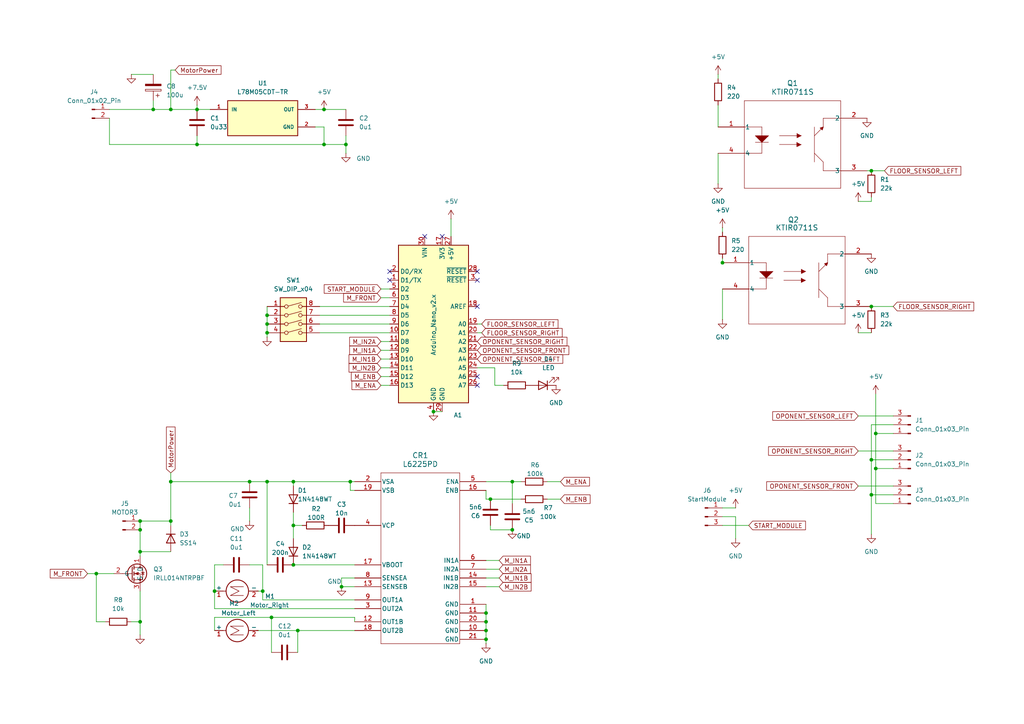
<source format=kicad_sch>
(kicad_sch (version 20231120) (generator "eeschema") (generator_version "8.0")
  (paper "A4")
  (title_block (title "Minisumo Robot PCB") (date "2024-12-03") (rev "2.2") (company "Politechnika Warszawska"))
  (lib_symbols
    (symbol "Connector:Conn_01x02_Pin" (pin_names (offset 1.016) hide)
      (property "Reference" "J" (at 0 2.54 0))
      (property "Value" "Conn_01x02_Pin" (at 0 -5.08 0))
      (symbol "Conn_01x02_Pin_1_1"
        (polyline (pts (xy 1.27 -2.54) (xy 0.8636 -2.54)) (stroke (width 0.1524)))
        (polyline (pts (xy 1.27 0) (xy 0.8636 0)) (stroke (width 0.1524)))
        (rectangle (start 0.8636 -2.413) (end 0 -2.667) (stroke (width 0.1524)) (fill (type outline)))
        (rectangle (start 0.8636 0.127) (end 0 -0.127) (stroke (width 0.1524)) (fill (type outline)))
        (pin passive line (at 5.08 0 180) (length 3.81) (name "Pin_1") (number "1"))
        (pin passive line (at 5.08 -2.54 180) (length 3.81) (name "Pin_2") (number "2"))
      )
    )
    (symbol "Connector:Conn_01x03_Pin" (pin_names (offset 1.016) hide)
      (property "Reference" "J" (at 0 5.08 0))
      (property "Value" "Conn_01x03_Pin" (at 0 -5.08 0))
      (symbol "Conn_01x03_Pin_1_1"
        (polyline (pts (xy 1.27 -2.54) (xy 0.8636 -2.54)) (stroke (width 0.1524)))
        (polyline (pts (xy 1.27 0) (xy 0.8636 0)) (stroke (width 0.1524)))
        (polyline (pts (xy 1.27 2.54) (xy 0.8636 2.54)) (stroke (width 0.1524)))
        (rectangle (start 0.8636 -2.413) (end 0 -2.667) (stroke (width 0.1524)) (fill (type outline)))
        (rectangle (start 0.8636 0.127) (end 0 -0.127) (stroke (width 0.1524)) (fill (type outline)))
        (rectangle (start 0.8636 2.667) (end 0 2.413) (stroke (width 0.1524)) (fill (type outline)))
        (pin passive line (at 5.08 2.54 180) (length 3.81) (name "Pin_1") (number "1"))
        (pin passive line (at 5.08 0 180) (length 3.81) (name "Pin_2") (number "2"))
        (pin passive line (at 5.08 -2.54 180) (length 3.81) (name "Pin_3") (number "3"))
      )
    )
    (symbol "Device:C" (pin_numbers hide) (pin_names (offset 0.254))
      (property "Reference" "C" (at 0.635 2.54 0))
      (property "Value" "C" (at 0.635 -2.54 0))
      (symbol "C_0_1"
        (polyline (pts (xy -2.032 -0.762) (xy 2.032 -0.762)) (stroke (width 0.508)))
        (polyline (pts (xy -2.032 0.762) (xy 2.032 0.762)) (stroke (width 0.508)))
      )
      (symbol "C_1_1"
        (pin passive line (at 0 3.81 270) (length 2.794) (name "~") (number "1"))
        (pin passive line (at 0 -3.81 90) (length 2.794) (name "~") (number "2"))
      )
    )
    (symbol "Device:C_Polarized" (pin_numbers hide) (pin_names (offset 0.254))
      (property "Reference" "C" (at 0.635 2.54 0))
      (property "Value" "C_Polarized" (at 0.635 -2.54 0))
      (symbol "C_Polarized_0_1"
        (rectangle (start -2.286 0.508) (end 2.286 1.016))
        (polyline (pts (xy -1.778 2.286) (xy -0.762 2.286)))
        (polyline (pts (xy -1.27 2.794) (xy -1.27 1.778)))
        (rectangle (start 2.286 -0.508) (end -2.286 -1.016) (fill (type outline)))
      )
      (symbol "C_Polarized_1_1"
        (pin passive line (at 0 3.81 270) (length 2.794) (name "~") (number "1"))
        (pin passive line (at 0 -3.81 90) (length 2.794) (name "~") (number "2"))
      )
    )
    (symbol "Device:D" (pin_numbers hide) (pin_names (offset 1.016) hide)
      (property "Reference" "D" (at 0 2.54 0))
      (property "Value" "D" (at 0 -2.54 0))
      (symbol "D_0_1"
        (polyline (pts (xy -1.27 1.27) (xy -1.27 -1.27)) (stroke (width 0.254)))
        (polyline (pts (xy 1.27 0) (xy -1.27 0)))
        (polyline (pts (xy 1.27 1.27) (xy 1.27 -1.27) (xy -1.27 0) (xy 1.27 1.27)) (stroke (width 0.254)))
      )
      (symbol "D_1_1"
        (pin passive line (at -3.81 0 0) (length 2.54) (name "K") (number "1"))
        (pin passive line (at 3.81 0 180) (length 2.54) (name "A") (number "2"))
      )
    )
    (symbol "Device:LED" (pin_numbers hide) (pin_names (offset 1.016) hide)
      (property "Reference" "D" (at 0 2.54 0))
      (property "Value" "LED" (at 0 -2.54 0))
      (symbol "LED_0_1"
        (polyline (pts (xy -1.27 -1.27) (xy -1.27 1.27)) (stroke (width 0.254)))
        (polyline (pts (xy -1.27 0) (xy 1.27 0)))
        (polyline (pts (xy 1.27 -1.27) (xy 1.27 1.27) (xy -1.27 0) (xy 1.27 -1.27)) (stroke (width 0.254)))
        (polyline (pts (xy -3.048 -0.762) (xy -4.572 -2.286) (xy -3.81 -2.286) (xy -4.572 -2.286) (xy -4.572 -1.524)))
        (polyline (pts (xy -1.778 -0.762) (xy -3.302 -2.286) (xy -2.54 -2.286) (xy -3.302 -2.286) (xy -3.302 -1.524)))
      )
      (symbol "LED_1_1"
        (pin passive line (at -3.81 0 0) (length 2.54) (name "K") (number "1"))
        (pin passive line (at 3.81 0 180) (length 2.54) (name "A") (number "2"))
      )
    )
    (symbol "Device:R" (pin_numbers hide) (pin_names (offset 0))
      (property "Reference" "R" (at 2.032 0 90))
      (property "Value" "R" (at 0 0 90))
      (symbol "R_0_1"
        (rectangle (start -1.016 -2.54) (end 1.016 2.54) (stroke (width 0.254)))
      )
      (symbol "R_1_1"
        (pin passive line (at 0 3.81 270) (length 1.27) (name "~") (number "1"))
        (pin passive line (at 0 -3.81 90) (length 1.27) (name "~") (number "2"))
      )
    )
    (symbol "Diode:1N4148WT" (pin_numbers hide) (pin_names hide)
      (property "Reference" "D" (at 0 2.54 0))
      (property "Value" "1N4148WT" (at 0 -2.54 0))
      (symbol "1N4148WT_0_1"
        (polyline (pts (xy -1.27 1.27) (xy -1.27 -1.27)) (stroke (width 0.254)))
        (polyline (pts (xy 1.27 0) (xy -1.27 0)))
        (polyline (pts (xy 1.27 1.27) (xy 1.27 -1.27) (xy -1.27 0) (xy 1.27 1.27)) (stroke (width 0.254)))
      )
      (symbol "1N4148WT_1_1"
        (pin passive line (at -3.81 0 0) (length 2.54) (name "K") (number "1"))
        (pin passive line (at 3.81 0 180) (length 2.54) (name "A") (number "2"))
      )
    )
    (symbol "KTIR0711S:KTIR0711S" (pin_names (offset 0.254))
      (property "Reference" "Q" (at 22.86 17.78 0))
      (property "Value" "KTIR0711S" (at 22.86 17.78 0))
      (symbol "KTIR0711S_0_1"
        (polyline (pts (xy 7.62 -17.78) (xy 35.56 -17.78)) (stroke (width 0.127)))
        (polyline (pts (xy 7.62 7.62) (xy 7.62 -17.78)) (stroke (width 0.127)))
        (polyline (pts (xy 10.795 -4.445) (xy 14.605 -4.445)) (stroke (width 0.127)))
        (polyline (pts (xy 12.7 -7.62) (xy 7.62 -7.62)) (stroke (width 0.127)))
        (polyline (pts (xy 12.7 0) (xy 7.62 0)) (stroke (width 0.127)))
        (polyline (pts (xy 12.7 0) (xy 12.7 -7.62)) (stroke (width 0.127)))
        (polyline (pts (xy 17.78 -5.08) (xy 22.86 -5.08)) (stroke (width 0.127)))
        (polyline (pts (xy 17.78 -2.54) (xy 22.86 -2.54)) (stroke (width 0.127)))
        (polyline (pts (xy 27.94 -2.54) (xy 30.48 0)) (stroke (width 0.127)))
        (polyline (pts (xy 27.94 0) (xy 27.94 -10.16)) (stroke (width 0.127)))
        (polyline (pts (xy 30.48 -10.16) (xy 27.94 -7.62)) (stroke (width 0.127)))
        (polyline (pts (xy 30.48 -10.16) (xy 30.48 -12.7)) (stroke (width 0.127)))
        (polyline (pts (xy 30.48 0) (xy 30.48 2.54)) (stroke (width 0.127)))
        (polyline (pts (xy 30.48 2.54) (xy 35.56 2.54)) (stroke (width 0.127)))
        (polyline (pts (xy 35.56 -17.78) (xy 35.56 7.62)) (stroke (width 0.127)))
        (polyline (pts (xy 35.56 -12.7) (xy 30.48 -12.7)) (stroke (width 0.127)))
        (polyline (pts (xy 35.56 7.62) (xy 7.62 7.62)) (stroke (width 0.127)))
        (polyline (pts (xy 24.1101 -5.0826) (xy 22.8401 -5.7176) (xy 22.8401 -4.4476)) (fill (type outline)))
        (polyline (pts (xy 24.1499 -2.4986) (xy 22.8799 -3.1336) (xy 22.8799 -1.8636)) (fill (type outline)))
        (polyline (pts (xy 14.605 -2.54) (xy 10.795 -2.54) (xy 12.7 -4.445) (xy 14.605 -2.54)) (fill (type outline)))
        (polyline (pts (xy 30.4417 -0.0073) (xy 29.575 -0.2831) (xy 30.214 -0.8947) (xy 30.5314 0)) (fill (type outline)))
        (pin unspecified line (at 0 0 0) (length 7.62) (name "1") (number "1"))
        (pin unspecified line (at 43.18 2.54 180) (length 7.62) (name "2") (number "2"))
        (pin unspecified line (at 43.18 -12.7 180) (length 7.62) (name "3") (number "3"))
        (pin unspecified line (at 0 -7.62 0) (length 7.62) (name "4") (number "4"))
      )
    )
    (symbol "L6225D:L6225D" (pin_names (offset 0.254))
      (property "Reference" "CR1" (at 19.05 10.16 0))
      (property "Value" "L6225PD" (at 19.05 7.62 0))
      (symbol "L6225D_0_1"
        (polyline (pts (xy 7.62 -44.45) (xy 30.48 -44.45)) (stroke (width 0.127)))
        (polyline (pts (xy 7.62 5.08) (xy 7.62 -44.45)) (stroke (width 0.127)))
        (polyline (pts (xy 30.48 -44.45) (xy 30.48 5.08)) (stroke (width 0.127)))
        (polyline (pts (xy 30.48 5.08) (xy 7.62 5.08)) (stroke (width 0.127)))
        (pin power_out line (at 38.1 -40.64 180) (length 7.62) (name "GND") (number "10"))
        (pin power_out line (at 38.1 -35.56 180) (length 7.62) (name "GND") (number "11"))
        (pin input line (at 0 2.54 0) (length 7.62) (name "VSA") (number "2"))
        (pin power_out line (at 38.1 -38.1 180) (length 7.62) (name "GND") (number "20"))
        (pin power_in line (at 0 -34.29 0) (length 7.62) (name "OUT2A") (number "3"))
      )
      (symbol "L6225D_1_1"
        (pin power_out line (at 38.1 -33.02 180) (length 7.62) (name "GND") (number "1"))
        (pin power_in line (at 0 -38.1 0) (length 7.62) (name "OUT1B") (number "12"))
        (pin output line (at 0 -27.94 0) (length 7.62) (name "SENSEB") (number "13"))
        (pin power_in line (at 38.1 -25.4 180) (length 7.62) (name "IN1B") (number "14"))
        (pin power_out line (at 38.1 -27.94 180) (length 7.62) (name "IN2B") (number "15"))
        (pin power_out line (at 38.1 0 180) (length 7.62) (name "ENB") (number "16"))
        (pin power_in line (at 0 -21.59 0) (length 7.62) (name "VBOOT") (number "17"))
        (pin output line (at 0 -40.64 0) (length 7.62) (name "OUT2B") (number "18"))
        (pin power_in line (at 0 0 0) (length 7.62) (name "VSB") (number "19"))
        (pin power_out line (at 38.1 -43.18 180) (length 7.62) (name "GND") (number "21"))
        (pin output line (at 0 -10.16 0) (length 7.62) (name "VCP") (number "4"))
        (pin power_out line (at 38.1 2.54 180) (length 7.62) (name "ENA") (number "5"))
        (pin input line (at 38.1 -20.32 180) (length 7.62) (name "IN1A") (number "6"))
        (pin input line (at 38.1 -22.86 180) (length 7.62) (name "IN2A") (number "7"))
        (pin output line (at 0 -25.4 0) (length 7.62) (name "SENSEA") (number "8"))
        (pin output line (at 0 -31.75 0) (length 7.62) (name "OUT1A") (number "9"))
      )
    )
    (symbol "L78M05CDT-TR:L78M05CDT-TR" (pin_names (offset 1.016))
      (property "Reference" "U" (at -10.16 6.35 0))
      (property "Value" "L78M05CDT-TR" (at -10.16 -6.35 0))
      (symbol "L78M05CDT-TR_0_0"
        (rectangle (start -10.16 -5.08) (end 10.16 5.08) (stroke (width 0.254)) (fill (type background)))
        (pin input line (at -15.24 2.54 0) (length 5.08) (name "IN") (number "1"))
        (pin power_in line (at 15.24 -2.54 180) (length 5.08) (name "GND") (number "2"))
        (pin output line (at 15.24 2.54 180) (length 5.08) (name "OUT") (number "3"))
      )
    )
    (symbol "MCU_Module:Arduino_Nano_v2.x"
      (property "Reference" "A" (at -10.16 23.495 0))
      (property "Value" "Arduino_Nano_v2.x" (at 5.08 -24.13 0))
      (symbol "Arduino_Nano_v2.x_0_1"
        (rectangle (start -10.16 22.86) (end 10.16 -22.86) (stroke (width 0.254)) (fill (type background)))
      )
      (symbol "Arduino_Nano_v2.x_1_1"
        (pin bidirectional line (at -12.7 12.7 0) (length 2.54) (name "D1/TX") (number "1"))
        (pin bidirectional line (at -12.7 -2.54 0) (length 2.54) (name "D7") (number "10"))
        (pin bidirectional line (at -12.7 -5.08 0) (length 2.54) (name "D8") (number "11"))
        (pin bidirectional line (at -12.7 -7.62 0) (length 2.54) (name "D9") (number "12"))
        (pin bidirectional line (at -12.7 -10.16 0) (length 2.54) (name "D10") (number "13"))
        (pin bidirectional line (at -12.7 -12.7 0) (length 2.54) (name "D11") (number "14"))
        (pin bidirectional line (at -12.7 -15.24 0) (length 2.54) (name "D12") (number "15"))
        (pin bidirectional line (at -12.7 -17.78 0) (length 2.54) (name "D13") (number "16"))
        (pin power_out line (at 2.54 25.4 270) (length 2.54) (name "3V3") (number "17"))
        (pin input line (at 12.7 5.08 180) (length 2.54) (name "AREF") (number "18"))
        (pin bidirectional line (at 12.7 0 180) (length 2.54) (name "A0") (number "19"))
        (pin bidirectional line (at -12.7 15.24 0) (length 2.54) (name "D0/RX") (number "2"))
        (pin bidirectional line (at 12.7 -2.54 180) (length 2.54) (name "A1") (number "20"))
        (pin bidirectional line (at 12.7 -5.08 180) (length 2.54) (name "A2") (number "21"))
        (pin bidirectional line (at 12.7 -7.62 180) (length 2.54) (name "A3") (number "22"))
        (pin bidirectional line (at 12.7 -10.16 180) (length 2.54) (name "A4") (number "23"))
        (pin bidirectional line (at 12.7 -12.7 180) (length 2.54) (name "A5") (number "24"))
        (pin bidirectional line (at 12.7 -15.24 180) (length 2.54) (name "A6") (number "25"))
        (pin bidirectional line (at 12.7 -17.78 180) (length 2.54) (name "A7") (number "26"))
        (pin power_out line (at 5.08 25.4 270) (length 2.54) (name "+5V") (number "27"))
        (pin input line (at 12.7 15.24 180) (length 2.54) (name "~{RESET}") (number "28"))
        (pin power_in line (at 2.54 -25.4 90) (length 2.54) (name "GND") (number "29"))
        (pin input line (at 12.7 12.7 180) (length 2.54) (name "~{RESET}") (number "3"))
        (pin power_in line (at -2.54 25.4 270) (length 2.54) (name "VIN") (number "30"))
        (pin power_in line (at 0 -25.4 90) (length 2.54) (name "GND") (number "4"))
        (pin bidirectional line (at -12.7 10.16 0) (length 2.54) (name "D2") (number "5"))
        (pin bidirectional line (at -12.7 7.62 0) (length 2.54) (name "D3") (number "6"))
        (pin bidirectional line (at -12.7 5.08 0) (length 2.54) (name "D4") (number "7"))
        (pin bidirectional line (at -12.7 2.54 0) (length 2.54) (name "D5") (number "8"))
        (pin bidirectional line (at -12.7 0 0) (length 2.54) (name "D6") (number "9"))
      )
    )
    (symbol "Motor:Motor_DC" (pin_names (offset 0))
      (property "Reference" "M" (at 2.54 2.54 0))
      (property "Value" "Motor_DC" (at 2.54 -5.08 0))
      (symbol "Motor_DC_0_0"
        (polyline (pts (xy -1.27 -3.302) (xy -1.27 0.508) (xy 0 -2.032) (xy 1.27 0.508) (xy 1.27 -3.302)))
      )
      (symbol "Motor_DC_0_1"
        (circle (center 0 -1.524) (radius 3.2512) (stroke (width 0.254)))
        (polyline (pts (xy 0 -7.62) (xy 0 -7.112)))
        (polyline (pts (xy 0 -4.7752) (xy 0 -5.1816)))
        (polyline (pts (xy 0 1.7272) (xy 0 2.0828)))
        (polyline (pts (xy 0 2.032) (xy 0 2.54)))
      )
      (symbol "Motor_DC_1_1"
        (pin passive line (at 0 5.08 270) (length 2.54) (name "+") (number "1"))
        (pin passive line (at 0 -7.62 90) (length 2.54) (name "-") (number "2"))
      )
    )
    (symbol "Switch:SW_DIP_x04" (pin_names (offset 0) hide)
      (property "Reference" "SW" (at 0 8.89 0))
      (property "Value" "SW_DIP_x04" (at 0 -6.35 0))
      (symbol "SW_DIP_x04_0_0"
        (circle (center -2.032 -2.54) (radius 0.508))
        (circle (center -2.032 0) (radius 0.508))
        (circle (center -2.032 2.54) (radius 0.508))
        (circle (center -2.032 5.08) (radius 0.508))
        (polyline (pts (xy -1.524 -2.3876) (xy 2.3622 -1.3462)))
        (polyline (pts (xy -1.524 0.127) (xy 2.3622 1.1684)))
        (polyline (pts (xy -1.524 2.667) (xy 2.3622 3.7084)))
        (polyline (pts (xy -1.524 5.207) (xy 2.3622 6.2484)))
        (circle (center 2.032 -2.54) (radius 0.508))
        (circle (center 2.032 0) (radius 0.508))
        (circle (center 2.032 2.54) (radius 0.508))
        (circle (center 2.032 5.08) (radius 0.508))
      )
      (symbol "SW_DIP_x04_0_1"
        (rectangle (start -3.81 7.62) (end 3.81 -5.08) (stroke (width 0.254)) (fill (type background)))
      )
      (symbol "SW_DIP_x04_1_1"
        (pin passive line (at -7.62 5.08 0) (length 5.08) (name "~") (number "1"))
        (pin passive line (at -7.62 2.54 0) (length 5.08) (name "~") (number "2"))
        (pin passive line (at -7.62 0 0) (length 5.08) (name "~") (number "3"))
        (pin passive line (at -7.62 -2.54 0) (length 5.08) (name "~") (number "4"))
        (pin passive line (at 7.62 -2.54 180) (length 5.08) (name "~") (number "5"))
        (pin passive line (at 7.62 0 180) (length 5.08) (name "~") (number "6"))
        (pin passive line (at 7.62 2.54 180) (length 5.08) (name "~") (number "7"))
        (pin passive line (at 7.62 5.08 180) (length 5.08) (name "~") (number "8"))
      )
    )
    (symbol "Transistor_FET:BS108"
      (property "Reference" "Q" (at 5.08 1.905 0))
      (property "Value" "BS108" (at 5.08 0 0))
      (symbol "BS108_0_1"
        (polyline (pts (xy 0.254 0) (xy -2.54 0)))
        (polyline (pts (xy 0.254 1.905) (xy 0.254 -1.905)) (stroke (width 0.254)))
        (polyline (pts (xy 0.762 -1.27) (xy 0.762 -2.286)) (stroke (width 0.254)))
        (polyline (pts (xy 0.762 0.508) (xy 0.762 -0.508)) (stroke (width 0.254)))
        (polyline (pts (xy 0.762 2.286) (xy 0.762 1.27)) (stroke (width 0.254)))
        (polyline (pts (xy 2.54 2.54) (xy 2.54 1.778)))
        (polyline (pts (xy 2.54 -2.54) (xy 2.54 0) (xy 0.762 0)))
        (polyline (pts (xy 0.762 -1.778) (xy 3.302 -1.778) (xy 3.302 1.778) (xy 0.762 1.778)))
        (polyline (pts (xy 1.016 0) (xy 2.032 0.381) (xy 2.032 -0.381) (xy 1.016 0)) (fill (type outline)))
        (polyline (pts (xy 2.794 0.508) (xy 2.921 0.381) (xy 3.683 0.381) (xy 3.81 0.254)))
        (polyline (pts (xy 3.302 0.381) (xy 2.921 -0.254) (xy 3.683 -0.254) (xy 3.302 0.381)))
        (circle (center 1.651 0) (radius 2.794) (stroke (width 0.254)))
        (circle (center 2.54 -1.778) (radius 0.254) (fill (type outline)))
        (circle (center 2.54 1.778) (radius 0.254) (fill (type outline)))
      )
      (symbol "BS108_1_1"
        (pin passive line (at 2.54 5.08 270) (length 2.54) (name "D") (number "1"))
        (pin input line (at -5.08 0 0) (length 2.54) (name "G") (number "2"))
        (pin passive line (at 2.54 -5.08 90) (length 2.54) (name "S") (number "3"))
      )
    )
    (symbol "power:+5V" (power) (pin_numbers hide) (pin_names (offset 0) hide)
      (property "Value" "+5V" (at 0 3.556 0))
      (symbol "+5V_0_1"
        (polyline (pts (xy -0.762 1.27) (xy 0 2.54)))
        (polyline (pts (xy 0 0) (xy 0 2.54)))
        (polyline (pts (xy 0 2.54) (xy 0.762 1.27)))
      )
      (symbol "+5V_1_1"
        (pin power_in line (at 0 0 90) (length 0) (name "~") (number "1"))
      )
    )
    (symbol "power:+7.5V" (power) (pin_numbers hide) (pin_names (offset 0) hide)
      (property "Value" "+7.5V" (at 0 3.556 0))
      (symbol "+7.5V_0_1"
        (polyline (pts (xy -0.762 1.27) (xy 0 2.54)))
        (polyline (pts (xy 0 0) (xy 0 2.54)))
        (polyline (pts (xy 0 2.54) (xy 0.762 1.27)))
      )
      (symbol "+7.5V_1_1"
        (pin power_in line (at 0 0 90) (length 0) (name "~") (number "1"))
      )
    )
    (symbol "power:GND" (power) (pin_numbers hide) (pin_names (offset 0) hide)
      (property "Value" "GND" (at 0 -3.81 0))
      (symbol "GND_0_1"
        (polyline (pts (xy 0 0) (xy 0 -1.27) (xy 1.27 -1.27) (xy 0 -2.54) (xy -1.27 -1.27) (xy 0 -1.27)))
      )
      (symbol "GND_1_1"
        (pin power_in line (at 0 0 270) (length 0) (name "~") (number "1"))
      )
    )
  )
  (junction (at 148.59 153.67))
  (junction (at 77.47 96.52))
  (junction (at 140.97 180.34))
  (junction (at 252.73 143.51))
  (junction (at 44.45 31.75))
  (junction (at 85.09 139.7))
  (junction (at 27.94 166.37))
  (junction (at 40.64 180.34))
  (junction (at 93.98 31.75))
  (junction (at 62.23 171.45))
  (junction (at 99.06 170.18))
  (junction (at 85.09 163.83))
  (junction (at 49.53 151.13))
  (junction (at 77.47 93.98))
  (junction (at 140.97 185.42))
  (junction (at 100.33 41.91))
  (junction (at 78.74 179.07))
  (junction (at 40.64 153.67))
  (junction (at 252.73 133.35))
  (junction (at 77.47 139.7))
  (junction (at 125.73 119.38))
  (junction (at 49.53 139.7))
  (junction (at 76.2 171.45))
  (junction (at 57.15 31.75))
  (junction (at 148.59 139.7))
  (junction (at 40.64 160.02))
  (junction (at 142.24 144.78))
  (junction (at 140.97 177.8))
  (junction (at 77.47 91.44))
  (junction (at 57.15 41.91))
  (junction (at 254 135.89))
  (junction (at 252.73 88.9))
  (junction (at 49.53 31.75))
  (junction (at 254 125.73))
  (junction (at 85.09 152.4))
  (junction (at 86.36 182.88))
  (junction (at 72.39 139.7))
  (junction (at 140.97 182.88))
  (junction (at 93.98 41.91))
  (junction (at 40.64 151.13))
  (junction (at 101.6 139.7))
  (junction (at 252.73 49.53))
  (junction (at 209.55 76.2))
  (no_connect (at 138.43 88.9))
  (no_connect (at 138.43 111.76))
  (no_connect (at 123.19 68.58))
  (no_connect (at 138.43 81.28))
  (no_connect (at 128.27 68.58))
  (no_connect (at 138.43 78.74))
  (no_connect (at 113.03 78.74))
  (no_connect (at 113.03 81.28))
  (no_connect (at 138.43 109.22))
  (wire (pts (xy 252.73 88.9) (xy 259.08 88.9)))
  (wire (pts (xy 31.75 34.29) (xy 31.75 41.91)))
  (wire (pts (xy 92.71 91.44) (xy 113.03 91.44)))
  (wire (pts (xy 40.64 171.45) (xy 40.64 180.34)))
  (wire (pts (xy 252.73 143.51) (xy 252.73 154.94)))
  (wire (pts (xy 143.51 111.76) (xy 146.05 111.76)))
  (wire (pts (xy 72.39 163.83) (xy 76.2 163.83)))
  (wire (pts (xy 85.09 152.4) (xy 85.09 156.21)))
  (wire (pts (xy 138.43 106.68) (xy 143.51 106.68)))
  (wire (pts (xy 148.59 139.7) (xy 148.59 146.05)))
  (wire (pts (xy 49.53 137.16) (xy 49.53 139.7)))
  (wire (pts (xy 158.75 144.78) (xy 162.56 144.78)))
  (wire (pts (xy 213.36 147.32) (xy 209.55 147.32)))
  (wire (pts (xy 92.71 96.52) (xy 113.03 96.52)))
  (wire (pts (xy 259.08 125.73) (xy 254 125.73)))
  (wire (pts (xy 85.09 148.59) (xy 85.09 152.4)))
  (wire (pts (xy 110.49 106.68) (xy 113.03 106.68)))
  (wire (pts (xy 254 135.89) (xy 259.08 135.89)))
  (wire (pts (xy 77.47 139.7) (xy 77.47 163.83)))
  (wire (pts (xy 140.97 144.78) (xy 142.24 144.78)))
  (wire (pts (xy 101.6 142.24) (xy 101.6 139.7)))
  (wire (pts (xy 49.53 139.7) (xy 72.39 139.7)))
  (wire (pts (xy 57.15 41.91) (xy 93.98 41.91)))
  (wire (pts (xy 102.87 139.7) (xy 101.6 139.7)))
  (wire (pts (xy 40.64 151.13) (xy 49.53 151.13)))
  (wire (pts (xy 259.08 146.05) (xy 254 146.05)))
  (wire (pts (xy 140.97 182.88) (xy 140.97 185.42)))
  (wire (pts (xy 140.97 165.1) (xy 144.78 165.1)))
  (wire (pts (xy 62.23 179.07) (xy 78.74 179.07)))
  (wire (pts (xy 76.2 173.99) (xy 102.87 173.99)))
  (wire (pts (xy 44.45 31.75) (xy 49.53 31.75)))
  (wire (pts (xy 49.53 139.7) (xy 49.53 151.13)))
  (wire (pts (xy 252.73 58.42) (xy 248.92 58.42)))
  (wire (pts (xy 25.4 166.37) (xy 27.94 166.37)))
  (wire (pts (xy 254 135.89) (xy 254 125.73)))
  (wire (pts (xy 49.53 20.32) (xy 49.53 31.75)))
  (wire (pts (xy 49.53 31.75) (xy 57.15 31.75)))
  (wire (pts (xy 248.92 96.52) (xy 252.73 96.52)))
  (wire (pts (xy 208.28 22.86) (xy 208.28 21.59)))
  (wire (pts (xy 62.23 171.45) (xy 62.23 176.53)))
  (wire (pts (xy 209.55 149.86) (xy 213.36 149.86)))
  (wire (pts (xy 74.93 171.45) (xy 76.2 171.45)))
  (wire (pts (xy 86.36 182.88) (xy 102.87 182.88)))
  (wire (pts (xy 62.23 163.83) (xy 62.23 171.45)))
  (wire (pts (xy 27.94 166.37) (xy 27.94 180.34)))
  (wire (pts (xy 252.73 123.19) (xy 259.08 123.19)))
  (wire (pts (xy 87.63 152.4) (xy 85.09 152.4)))
  (wire (pts (xy 252.73 143.51) (xy 259.08 143.51)))
  (wire (pts (xy 62.23 176.53) (xy 102.87 176.53)))
  (wire (pts (xy 86.36 182.88) (xy 86.36 189.23)))
  (wire (pts (xy 142.24 152.4) (xy 142.24 153.67)))
  (wire (pts (xy 208.28 30.48) (xy 208.28 36.83)))
  (wire (pts (xy 93.98 36.83) (xy 91.44 36.83)))
  (wire (pts (xy 93.98 41.91) (xy 100.33 41.91)))
  (wire (pts (xy 40.64 153.67) (xy 40.64 160.02)))
  (wire (pts (xy 40.64 160.02) (xy 49.53 160.02)))
  (wire (pts (xy 40.64 153.67) (xy 40.64 151.13)))
  (wire (pts (xy 93.98 31.75) (xy 100.33 31.75)))
  (wire (pts (xy 99.06 170.18) (xy 102.87 170.18)))
  (wire (pts (xy 208.28 44.45) (xy 208.28 53.34)))
  (wire (pts (xy 92.71 88.9) (xy 113.03 88.9)))
  (wire (pts (xy 209.55 76.2) (xy 212.09 76.2)))
  (wire (pts (xy 77.47 139.7) (xy 72.39 139.7)))
  (wire (pts (xy 140.97 170.18) (xy 144.78 170.18)))
  (wire (pts (xy 110.49 104.14) (xy 113.03 104.14)))
  (wire (pts (xy 77.47 93.98) (xy 77.47 96.52)))
  (wire (pts (xy 209.55 92.71) (xy 209.55 83.82)))
  (wire (pts (xy 74.93 182.88) (xy 86.36 182.88)))
  (wire (pts (xy 142.24 144.78) (xy 151.13 144.78)))
  (wire (pts (xy 72.39 151.13) (xy 72.39 147.32)))
  (wire (pts (xy 102.87 142.24) (xy 101.6 142.24)))
  (wire (pts (xy 40.64 180.34) (xy 40.64 184.15)))
  (wire (pts (xy 213.36 156.21) (xy 213.36 149.86)))
  (wire (pts (xy 139.7 96.52) (xy 138.43 96.52)))
  (wire (pts (xy 76.2 163.83) (xy 76.2 171.45)))
  (wire (pts (xy 100.33 44.45) (xy 100.33 41.91)))
  (wire (pts (xy 78.74 179.07) (xy 102.87 179.07)))
  (wire (pts (xy 85.09 139.7) (xy 77.47 139.7)))
  (wire (pts (xy 50.8 20.32) (xy 49.53 20.32)))
  (wire (pts (xy 102.87 179.07) (xy 102.87 180.34)))
  (wire (pts (xy 100.33 41.91) (xy 100.33 39.37)))
  (wire (pts (xy 76.2 173.99) (xy 76.2 171.45)))
  (wire (pts (xy 248.92 140.97) (xy 259.08 140.97)))
  (wire (pts (xy 78.74 179.07) (xy 78.74 189.23)))
  (wire (pts (xy 77.47 88.9) (xy 77.47 91.44)))
  (wire (pts (xy 139.7 93.98) (xy 138.43 93.98)))
  (wire (pts (xy 57.15 31.75) (xy 60.96 31.75)))
  (wire (pts (xy 31.75 31.75) (xy 44.45 31.75)))
  (wire (pts (xy 101.6 139.7) (xy 85.09 139.7)))
  (wire (pts (xy 93.98 31.75) (xy 91.44 31.75)))
  (wire (pts (xy 57.15 39.37) (xy 57.15 41.91)))
  (wire (pts (xy 140.97 175.26) (xy 140.97 177.8)))
  (wire (pts (xy 44.45 29.21) (xy 44.45 31.75)))
  (wire (pts (xy 143.51 106.68) (xy 143.51 111.76)))
  (wire (pts (xy 27.94 180.34) (xy 30.48 180.34)))
  (wire (pts (xy 102.87 167.64) (xy 99.06 167.64)))
  (wire (pts (xy 85.09 140.97) (xy 85.09 139.7)))
  (wire (pts (xy 40.64 160.02) (xy 40.64 161.29)))
  (wire (pts (xy 142.24 153.67) (xy 148.59 153.67)))
  (wire (pts (xy 110.49 101.6) (xy 113.03 101.6)))
  (wire (pts (xy 259.08 130.81) (xy 248.92 130.81)))
  (wire (pts (xy 77.47 96.52) (xy 77.47 97.79)))
  (wire (pts (xy 148.59 139.7) (xy 151.13 139.7)))
  (wire (pts (xy 92.71 93.98) (xy 113.03 93.98)))
  (wire (pts (xy 140.97 167.64) (xy 144.78 167.64)))
  (wire (pts (xy 85.09 163.83) (xy 102.87 163.83)))
  (wire (pts (xy 77.47 91.44) (xy 77.47 93.98)))
  (wire (pts (xy 110.49 99.06) (xy 113.03 99.06)))
  (wire (pts (xy 110.49 109.22) (xy 113.03 109.22)))
  (wire (pts (xy 130.81 63.5) (xy 130.81 68.58)))
  (wire (pts (xy 125.73 119.38) (xy 128.27 119.38)))
  (wire (pts (xy 57.15 30.48) (xy 57.15 31.75)))
  (wire (pts (xy 251.46 49.53) (xy 252.73 49.53)))
  (wire (pts (xy 209.55 74.93) (xy 209.55 76.2)))
  (wire (pts (xy 110.49 83.82) (xy 113.03 83.82)))
  (wire (pts (xy 99.06 167.64) (xy 99.06 170.18)))
  (wire (pts (xy 38.1 21.59) (xy 44.45 21.59)))
  (wire (pts (xy 259.08 120.65) (xy 248.92 120.65)))
  (wire (pts (xy 140.97 180.34) (xy 140.97 182.88)))
  (wire (pts (xy 64.77 163.83) (xy 62.23 163.83)))
  (wire (pts (xy 140.97 142.24) (xy 140.97 144.78)))
  (wire (pts (xy 162.56 139.7) (xy 158.75 139.7)))
  (wire (pts (xy 252.73 133.35) (xy 252.73 143.51)))
  (wire (pts (xy 140.97 177.8) (xy 140.97 180.34)))
  (wire (pts (xy 93.98 36.83) (xy 93.98 41.91)))
  (wire (pts (xy 140.97 186.69) (xy 140.97 185.42)))
  (wire (pts (xy 209.55 66.04) (xy 209.55 67.31)))
  (wire (pts (xy 252.73 49.53) (xy 256.54 49.53)))
  (wire (pts (xy 27.94 166.37) (xy 33.02 166.37)))
  (wire (pts (xy 38.1 180.34) (xy 40.64 180.34)))
  (wire (pts (xy 252.73 133.35) (xy 259.08 133.35)))
  (wire (pts (xy 140.97 139.7) (xy 148.59 139.7)))
  (wire (pts (xy 62.23 179.07) (xy 62.23 182.88)))
  (wire (pts (xy 110.49 111.76) (xy 113.03 111.76)))
  (wire (pts (xy 140.97 162.56) (xy 144.78 162.56)))
  (wire (pts (xy 252.73 57.15) (xy 252.73 58.42)))
  (wire (pts (xy 110.49 86.36) (xy 113.03 86.36)))
  (wire (pts (xy 31.75 41.91) (xy 57.15 41.91)))
  (wire (pts (xy 252.73 123.19) (xy 252.73 133.35)))
  (wire (pts (xy 254 125.73) (xy 254 114.3)))
  (wire (pts (xy 254 146.05) (xy 254 135.89)))
  (wire (pts (xy 209.55 152.4) (xy 217.17 152.4)))
  (wire (pts (xy 49.53 151.13) (xy 49.53 152.4)))
  (text "Główny układ\n sterowania" (at 102.87 67.056 0) (effects (font (size 2.032 2.032) (thickness 0.4064) (bold yes))))
  (text "Obsługa silników" (at 92.71 132.588 0) (effects (font (size 2.032 2.032) (thickness 0.4064) (bold yes))))
  (text "Wyjścia do układów\nzewnętrznych" (at 206.248 127.508 0) (effects (font (size 2.032 2.032) (thickness 0.4064) (bold yes))))
  (text "Układ wykrywania\nkrawędzi" (at 190.246 40.132 0) (effects (font (size 2.032 2.032) (thickness 0.4064) (bold yes))))
  (text "Zasilanie sekcji logicznej" (at 66.294 16.256 0) (effects (font (size 2.032 2.032) (thickness 0.4064) (bold yes))))
  (global_label "M_IN2B" (shape input) (at 144.78 170.18 0) (property "Intersheetrefs" "${INTERSHEET_REFS}" (effects (hide yes))))
  (global_label "OPONENT_SENSOR_LEFT" (shape input) (at 138.43 104.14 0) (property "Intersheetrefs" "${INTERSHEET_REFS}" (effects (hide yes))))
  (global_label "FLOOR_SENSOR_LEFT" (shape input) (at 256.54 49.53 0) (property "Intersheetrefs" "${INTERSHEET_REFS}" (effects (hide yes))))
  (global_label "MotorPower" (shape input) (at 50.8 20.32 0) (property "Intersheetrefs" "${INTERSHEET_REFS}" (effects (hide yes))))
  (global_label "M_IN1A" (shape input) (at 144.78 162.56 0) (property "Intersheetrefs" "${INTERSHEET_REFS}" (effects (hide yes))))
  (global_label "FLOOR_SENSOR_RIGHT" (shape input) (at 259.08 88.9 0) (property "Intersheetrefs" "${INTERSHEET_REFS}" (effects (hide yes))))
  (global_label "OPONENT_SENSOR_FRONT" (shape input) (at 138.43 101.6 0) (property "Intersheetrefs" "${INTERSHEET_REFS}" (effects (hide yes))))
  (global_label "M_IN2A" (shape input) (at 144.78 165.1 0) (property "Intersheetrefs" "${INTERSHEET_REFS}" (effects (hide yes))))
  (global_label "OPONENT_SENSOR_RIGHT" (shape input) (at 248.92 130.81 180) (property "Intersheetrefs" "${INTERSHEET_REFS}" (effects (hide yes))))
  (global_label "OPONENT_SENSOR_RIGHT" (shape input) (at 138.43 99.06 0) (property "Intersheetrefs" "${INTERSHEET_REFS}" (effects (hide yes))))
  (global_label "OPONENT_SENSOR_LEFT" (shape input) (at 248.92 120.65 180) (property "Intersheetrefs" "${INTERSHEET_REFS}" (effects (hide yes))))
  (global_label "START_MODULE" (shape input) (at 217.17 152.4 0) (property "Intersheetrefs" "${INTERSHEET_REFS}" (effects (hide yes))))
  (global_label "FLOOR_SENSOR_RIGHT" (shape input) (at 139.7 96.52 0) (property "Intersheetrefs" "${INTERSHEET_REFS}" (effects (hide yes))))
  (global_label "M_FRONT" (shape input) (at 25.4 166.37 180) (property "Intersheetrefs" "${INTERSHEET_REFS}" (effects (hide yes))))
  (global_label "MotorPower" (shape input) (at 49.53 137.16 90) (property "Intersheetrefs" "${INTERSHEET_REFS}" (effects (hide yes))))
  (global_label "M_IN1A" (shape input) (at 110.49 101.6 180) (property "Intersheetrefs" "${INTERSHEET_REFS}" (effects (hide yes))))
  (global_label "M_FRONT" (shape input) (at 110.49 86.36 180) (property "Intersheetrefs" "${INTERSHEET_REFS}" (effects (hide yes))))
  (global_label "M_ENA" (shape input) (at 110.49 111.76 180) (property "Intersheetrefs" "${INTERSHEET_REFS}" (effects (hide yes))))
  (global_label "M_IN2B" (shape input) (at 110.49 106.68 180) (property "Intersheetrefs" "${INTERSHEET_REFS}" (effects (hide yes))))
  (global_label "M_ENA" (shape input) (at 162.56 139.7 0) (property "Intersheetrefs" "${INTERSHEET_REFS}" (effects (hide yes))))
  (global_label "M_ENB" (shape input) (at 110.49 109.22 180) (property "Intersheetrefs" "${INTERSHEET_REFS}" (effects (hide yes))))
  (global_label "START_MODULE" (shape input) (at 110.49 83.82 180) (property "Intersheetrefs" "${INTERSHEET_REFS}" (effects (hide yes))))
  (global_label "OPONENT_SENSOR_FRONT" (shape input) (at 248.92 140.97 180) (property "Intersheetrefs" "${INTERSHEET_REFS}" (effects (hide yes))))
  (global_label "M_IN1B" (shape input) (at 110.49 104.14 180) (property "Intersheetrefs" "${INTERSHEET_REFS}" (effects (hide yes))))
  (global_label "M_ENB" (shape input) (at 162.56 144.78 0) (property "Intersheetrefs" "${INTERSHEET_REFS}" (effects (hide yes))))
  (global_label "M_IN1B" (shape input) (at 144.78 167.64 0) (property "Intersheetrefs" "${INTERSHEET_REFS}" (effects (hide yes))))
  (global_label "M_IN2A" (shape input) (at 110.49 99.06 180) (property "Intersheetrefs" "${INTERSHEET_REFS}" (effects (hide yes))))
  (global_label "FLOOR_SENSOR_LEFT" (shape input) (at 139.7 93.98 0) (property "Intersheetrefs" "${INTERSHEET_REFS}" (effects (hide yes))))
  (symbol (lib_id "power:GND") (at 140.97 186.69 0) (unit 1)
    (property "Reference" "#PWR016" (effects (hide yes)))
    (property "Value" "GND" (at 140.97 191.77 0))
    (property "Description" "Power symbol creates a global label with name \"GND\" , ground" (effects (hide yes)))
  )
  (symbol (lib_id "power:GND") (at 161.29 111.76 0) (unit 1)
    (property "Reference" "#PWR021" (effects (hide yes)))
    (property "Value" "GND" (at 161.29 116.84 0))
    (property "Description" "Power symbol creates a global label with name \"GND\" , ground" (effects (hide yes)))
  )
  (symbol (lib_id "Device:C") (at 72.39 143.51 0) (unit 1)
    (property "Reference" "C7" (at 66.294 143.764 0) (effects (justify left)))
    (property "Value" "0u1" (at 66.294 146.304 0) (effects (justify left)))
    (property "Footprint" "Capacitor_SMD:C_0805_2012Metric_Pad1.18x1.45mm_HandSolder" (effects (hide yes)))
    (property "Description" "Unpolarized capacitor" (effects (hide yes)))
  )
  (symbol (lib_id "power:+5V") (at 254 114.3 0) (unit 1)
    (property "Reference" "#PWR02" (effects (hide yes)))
    (property "Value" "+5V" (at 254 109.22 0))
    (property "Description" "Power symbol creates a global label with name \"+5V\"" (effects (hide yes)))
  )
  (symbol (lib_id "Device:R") (at 149.86 111.76 90) (unit 1)
    (property "Reference" "R9" (at 149.86 105.41 90))
    (property "Value" "10k" (at 149.86 107.95 90))
    (property "Footprint" "Resistor_SMD:R_0805_2012Metric_Pad1.20x1.40mm_HandSolder" (effects (hide yes)))
    (property "Description" "Resistor" (effects (hide yes)))
  )
  (symbol (lib_id "Device:R") (at 208.28 26.67 180) (unit 1)
    (property "Reference" "R4" (at 210.82 25.3999 0) (effects (justify right)))
    (property "Value" "220" (at 210.82 27.9399 0) (effects (justify right)))
    (property "Footprint" "Resistor_SMD:R_0805_2012Metric_Pad1.20x1.40mm_HandSolder" (effects (hide yes)))
    (property "Description" "Resistor" (effects (hide yes)))
  )
  (symbol (lib_id "Device:C") (at 81.28 163.83 90) (unit 1)
    (property "Reference" "C4" (at 81.28 157.734 90))
    (property "Value" "200n" (at 81.28 160.274 90))
    (property "Footprint" "Capacitor_SMD:C_0805_2012Metric_Pad1.18x1.45mm_HandSolder" (effects (hide yes)))
    (property "Description" "Unpolarized capacitor" (effects (hide yes)))
  )
  (symbol (lib_id "KTIR0711S:KTIR0711S") (at 208.28 36.83 0) (unit 1)
    (property "Reference" "Q1" (at 229.87 24.13 0) (effects (font (size 1.524 1.524))))
    (property "Value" "KTIR0711S" (at 229.87 26.67 0) (effects (font (size 1.524 1.524))))
    (property "Footprint" "CalkaBot3k0:KTIR0711S" (effects (hide yes)))
    (property "Datasheet" "KTIR0711S" (effects (hide yes)))
  )
  (symbol (lib_id "Device:C") (at 82.55 189.23 270) (unit 1)
    (property "Reference" "C12" (at 82.55 181.61 90))
    (property "Value" "0u1" (at 82.55 184.15 90))
    (property "Footprint" "Capacitor_SMD:C_0805_2012Metric_Pad1.18x1.45mm_HandSolder" (effects (hide yes)))
    (property "Description" "Unpolarized capacitor" (effects (hide yes)))
  )
  (symbol (lib_id "power:GND") (at 209.55 92.71 0) (unit 1)
    (property "Reference" "#PWR07" (effects (hide yes)))
    (property "Value" "GND" (at 209.55 97.79 0))
    (property "Description" "Power symbol creates a global label with name \"GND\" , ground" (effects (hide yes)))
  )
  (symbol (lib_id "power:+5V") (at 130.81 63.5 0) (unit 1)
    (property "Reference" "#PWR01" (effects (hide yes)))
    (property "Value" "+5V" (at 130.81 58.42 0))
    (property "Description" "Power symbol creates a global label with name \"+5V\"" (effects (hide yes)))
  )
  (symbol (lib_id "Connector:Conn_01x03_Pin") (at 264.16 123.19 180) (unit 1)
    (property "Reference" "J1" (at 265.43 121.9199 0) (effects (justify right)))
    (property "Value" "Conn_01x03_Pin" (at 265.43 124.4599 0) (effects (justify right)))
    (property "Footprint" "Connector_JST:JST_PH_B3B-PH-K_1x03_P2.00mm_Vertical" (effects (hide yes)))
    (property "Description" "Generic connector, single row, 01x03, script generated" (effects (hide yes)))
  )
  (symbol (lib_id "power:GND") (at 72.39 151.13 0) (unit 1)
    (property "Reference" "#PWR019" (effects (hide yes)))
    (property "Value" "GND" (at 68.834 153.416 0))
    (property "Description" "Power symbol creates a global label with name \"GND\" , ground" (effects (hide yes)))
  )
  (symbol (lib_id "power:+5V") (at 209.55 66.04 0) (unit 1)
    (property "Reference" "#PWR06" (effects (hide yes)))
    (property "Value" "+5V" (at 209.55 60.96 0))
    (property "Description" "Power symbol creates a global label with name \"+5V\"" (effects (hide yes)))
  )
  (symbol (lib_id "power:GND") (at 213.36 156.21 0) (unit 1)
    (property "Reference" "#PWR025" (effects (hide yes)))
    (property "Value" "GND" (at 213.36 161.29 0))
    (property "Description" "Power symbol creates a global label with name \"GND\" , ground" (effects (hide yes)))
  )
  (symbol (lib_id "L6225D:L6225D") (at 102.87 142.24 0) (unit 1)
    (property "Reference" "CR1" (at 121.92 132.08 0) (effects (font (size 1.524 1.524))))
    (property "Value" "L6225PD" (at 121.92 134.62 0) (effects (font (size 1.524 1.524))))
    (property "Footprint" "CalkaBot3k0:L6225PD" (effects (hide yes)))
    (property "Datasheet" "L6225PD" (effects (hide yes)))
  )
  (symbol (lib_id "Device:C") (at 142.24 148.59 180) (unit 1)
    (property "Reference" "C6" (at 137.922 149.606 0))
    (property "Value" "5n6" (at 137.922 147.066 0))
    (property "Footprint" "Capacitor_SMD:C_0805_2012Metric_Pad1.18x1.45mm_HandSolder" (effects (hide yes)))
    (property "Description" "Unpolarized capacitor" (effects (hide yes)))
  )
  (symbol (lib_id "power:GND") (at 252.73 154.94 0) (unit 1)
    (property "Reference" "#PWR010" (effects (hide yes)))
    (property "Value" "GND" (at 252.73 160.02 0))
    (property "Description" "Power symbol creates a global label with name \"GND\" , ground" (effects (hide yes)))
  )
  (symbol (lib_id "power:GND") (at 100.33 44.45 0) (unit 1)
    (property "Reference" "#PWR013" (effects (hide yes)))
    (property "Value" "GND" (at 105.41 45.974 0))
    (property "Description" "Power symbol creates a global label with name \"GND\" , ground" (effects (hide yes)))
  )
  (symbol (lib_id "Device:R") (at 209.55 71.12 180) (unit 1)
    (property "Reference" "R5" (at 212.09 69.8499 0) (effects (justify right)))
    (property "Value" "220" (at 212.09 72.3899 0) (effects (justify right)))
    (property "Footprint" "Resistor_SMD:R_0805_2012Metric_Pad1.20x1.40mm_HandSolder" (effects (hide yes)))
    (property "Description" "Resistor" (effects (hide yes)))
  )
  (symbol (lib_id "Diode:1N4148WT") (at 85.09 160.02 90) (unit 1)
    (property "Reference" "D2" (at 87.63 158.7499 90) (effects (justify right)))
    (property "Value" "1N4148WT" (at 87.63 161.2899 90) (effects (justify right)))
    (property "Footprint" "Diode_SMD:D_SOD-523" (effects (hide yes)))
    (property "Datasheet" "https://www.diodes.com/assets/Datasheets/ds30396.pdf" (effects (hide yes)))
    (property "Description" "75V 0.15A Fast switching Diode, SOD-523" (effects (hide yes)))
    (property "Sim.Device" "D" (effects (hide yes)))
    (property "Sim.Pins" "1=K 2=A" (effects (hide yes)))
  )
  (symbol (lib_id "Transistor_FET:BS108") (at 38.1 166.37 0) (unit 1)
    (property "Reference" "Q3" (at 44.45 165.0999 0) (effects (justify left)))
    (property "Value" "IRLL014NTRPBF" (at 44.45 167.6399 0) (effects (justify left)))
    (property "Footprint" "CalkaBot3k0:SOT-223-IRLL014NTRPBF" (effects (hide yes)))
    (property "Datasheet" "http://www.redrok.com/MOSFET_BS108_200V_250mA_8O_Vth1.5_TO-92.PDF" (effects (hide yes)))
    (property "Description" "0.25A Id, 200V Vds, N-Channel MOSFET, TO-92" (effects (hide yes)))
  )
  (symbol (lib_id "Connector:Conn_01x02_Pin") (at 26.67 31.75 0) (unit 1)
    (property "Reference" "J4" (at 27.305 26.67 0))
    (property "Value" "Conn_01x02_Pin" (at 27.305 29.21 0))
    (property "Footprint" "Connector_PinHeader_2.54mm:PinHeader_1x02_P2.54mm_Vertical" (effects (hide yes)))
    (property "Description" "Generic connector, single row, 01x02, script generated" (effects (hide yes)))
  )
  (symbol (lib_id "power:GND") (at 252.73 73.66 0) (unit 1)
    (property "Reference" "#PWR08" (effects (hide yes)))
    (property "Value" "GND" (at 252.73 78.74 0))
    (property "Description" "Power symbol creates a global label with name \"GND\" , ground" (effects (hide yes)))
  )
  (symbol (lib_id "Switch:SW_DIP_x04") (at 85.09 93.98 0) (unit 1)
    (property "Reference" "SW1" (at 85.09 81.28 0))
    (property "Value" "SW_DIP_x04" (at 85.09 83.82 0))
    (property "Footprint" "Button_Switch_THT:SW_DIP_SPSTx04_Slide_9.78x12.34mm_W7.62mm_P2.54mm" (effects (hide yes)))
    (property "Description" "4x DIP Switch, Single Pole Single Throw (SPST) switch, small symbol" (effects (hide yes)))
  )
  (symbol (lib_id "L78M05CDT-TR:L78M05CDT-TR") (at 76.2 34.29 0) (unit 1)
    (property "Reference" "U1" (at 76.2 24.13 0))
    (property "Value" "L78M05CDT-TR" (at 76.2 26.67 0))
    (property "Footprint" "L78M05CDT-TR:VREG_L78M05CDT-TR" (effects (hide yes)))
    (property "MF" "STMicroelectronics" (effects (hide yes)))
    (property "MAXIMUM_PACKAGE_HEIGHT" "2.4 mm" (effects (hide yes)))
    (property "Package" "TO-252-3 STMicroelectronics" (effects (hide yes)))
    (property "Price" "None" (effects (hide yes)))
    (property "Check_prices" "https://www.snapeda.com/parts/L78M05CDT-TR/STMicroelectronics/view-part/?ref=eda" (effects (hide yes)))
    (property "STANDARD" "Manufacturer Recommendations" (effects (hide yes)))
    (property "PARTREV" "24" (effects (hide yes)))
    (property "SnapEDA_Link" "https://www.snapeda.com/parts/L78M05CDT-TR/STMicroelectronics/view-part/?ref=snap" (effects (hide yes)))
    (property "MP" "L78M05CDT-TR" (effects (hide yes)))
    (property "Purchase-URL" "https://www.snapeda.com/api/url_track_click_mouser/?unipart_id=8090&manufacturer=STMicroelectronics&part_name=L78M05CDT-TR&search_term=None" (effects (hide yes)))
    (property "Description_1" "\nLinear Voltage Regulator IC Positive Fixed 1 Output 500mA DPAK\n" (effects (hide yes)))
    (property "Availability" "In Stock" (effects (hide yes)))
    (property "MANUFACTURER" "STMicroelectronics" (effects (hide yes)))
  )
  (symbol (lib_id "power:+5V") (at 248.92 58.42 0) (unit 1)
    (property "Reference" "#PWR04" (effects (hide yes)))
    (property "Value" "+5V" (at 248.92 53.34 0))
    (property "Description" "Power symbol creates a global label with name \"+5V\"" (effects (hide yes)))
  )
  (symbol (lib_id "power:GND") (at 208.28 53.34 0) (unit 1)
    (property "Reference" "#PWR011" (effects (hide yes)))
    (property "Value" "GND" (at 208.28 58.42 0))
    (property "Description" "Power symbol creates a global label with name \"GND\" , ground" (effects (hide yes)))
  )
  (symbol (lib_id "power:GND") (at 125.73 119.38 0) (unit 1)
    (property "Reference" "#PWR09" (effects (hide yes)))
    (property "Value" "GND" (effects (hide yes)))
    (property "Description" "Power symbol creates a global label with name \"GND\" , ground" (effects (hide yes)))
  )
  (symbol (lib_id "Connector:Conn_01x03_Pin") (at 264.16 133.35 180) (unit 1)
    (property "Reference" "J2" (at 265.43 132.0799 0) (effects (justify right)))
    (property "Value" "Conn_01x03_Pin" (at 265.43 134.6199 0) (effects (justify right)))
    (property "Footprint" "Connector_JST:JST_PH_B3B-PH-K_1x03_P2.00mm_Vertical" (effects (hide yes)))
    (property "Description" "Generic connector, single row, 01x03, script generated" (effects (hide yes)))
  )
  (symbol (lib_id "Connector:Conn_01x03_Pin") (at 204.47 149.86 0) (unit 1)
    (property "Reference" "J6" (at 205.105 142.24 0))
    (property "Value" "StartModule" (at 205.105 144.78 0))
    (property "Footprint" "Connector_PinHeader_2.54mm:PinHeader_1x03_P2.54mm_Vertical" (effects (hide yes)))
    (property "Description" "Generic connector, single row, 01x03, script generated" (effects (hide yes)))
  )
  (symbol (lib_id "Device:R") (at 154.94 139.7 90) (unit 1)
    (property "Reference" "R6" (at 155.194 134.874 90))
    (property "Value" "100k" (at 155.194 137.414 90))
    (property "Footprint" "Resistor_SMD:R_0805_2012Metric_Pad1.20x1.40mm_HandSolder" (effects (hide yes)))
    (property "Description" "Resistor" (effects (hide yes)))
  )
  (symbol (lib_id "power:GND") (at 38.1 21.59 0) (unit 1)
    (property "Reference" "#PWR023" (effects (hide yes)))
    (property "Value" "GND" (effects (hide yes)))
    (property "Description" "Power symbol creates a global label with name \"GND\" , ground" (effects (hide yes)))
  )
  (symbol (lib_id "Device:R") (at 252.73 92.71 180) (unit 1)
    (property "Reference" "R3" (at 255.27 91.4399 0) (effects (justify right)))
    (property "Value" "22k" (at 255.27 93.9799 0) (effects (justify right)))
    (property "Footprint" "Resistor_SMD:R_0805_2012Metric_Pad1.20x1.40mm_HandSolder" (effects (hide yes)))
    (property "Description" "Resistor" (effects (hide yes)))
  )
  (symbol (lib_id "Connector:Conn_01x02_Pin") (at 35.56 151.13 0) (unit 1)
    (property "Reference" "J5" (at 36.195 146.05 0))
    (property "Value" "MOTOR3" (at 36.195 148.59 0))
    (property "Footprint" "Connector_PinHeader_2.54mm:PinHeader_1x02_P2.54mm_Vertical" (effects (hide yes)))
    (property "Description" "Generic connector, single row, 01x02, script generated" (effects (hide yes)))
  )
  (symbol (lib_id "Device:C") (at 148.59 149.86 180) (unit 1)
    (property "Reference" "C5" (at 153.416 150.876 0))
    (property "Value" "5n6" (at 153.416 148.336 0))
    (property "Footprint" "Capacitor_SMD:C_0805_2012Metric_Pad1.18x1.45mm_HandSolder" (effects (hide yes)))
    (property "Description" "Unpolarized capacitor" (effects (hide yes)))
  )
  (symbol (lib_id "Device:LED") (at 157.48 111.76 180) (unit 1)
    (property "Reference" "D4" (at 159.0675 104.14 0))
    (property "Value" "LED" (at 159.0675 106.68 0))
    (property "Footprint" "LED_SMD:LED_0805_2012Metric_Pad1.15x1.40mm_HandSolder" (effects (hide yes)))
    (property "Description" "Light emitting diode" (effects (hide yes)))
  )
  (symbol (lib_id "Device:R") (at 91.44 152.4 90) (unit 1)
    (property "Reference" "R2" (at 91.694 147.574 90))
    (property "Value" "100R" (at 91.694 150.114 90))
    (property "Footprint" "Resistor_SMD:R_0805_2012Metric_Pad1.20x1.40mm_HandSolder" (effects (hide yes)))
    (property "Description" "Resistor" (effects (hide yes)))
  )
  (symbol (lib_id "power:GND") (at 77.47 97.79 0) (unit 1)
    (property "Reference" "#PWR020" (effects (hide yes)))
    (property "Value" "GND" (effects (hide yes)))
    (property "Description" "Power symbol creates a global label with name \"GND\" , ground" (effects (hide yes)))
  )
  (symbol (lib_id "Device:C_Polarized") (at 44.45 25.4 180) (unit 1)
    (property "Reference" "C8" (at 48.26 25.0189 0) (effects (justify right)))
    (property "Value" "100u" (at 48.26 27.5589 0) (effects (justify right)))
    (property "Footprint" "Capacitor_SMD:CP_Elec_6.3x7.7" (effects (hide yes)))
    (property "Description" "Polarized capacitor" (effects (hide yes)))
  )
  (symbol (lib_id "Device:R") (at 154.94 144.78 90) (unit 1)
    (property "Reference" "R7" (at 159.004 147.32 90))
    (property "Value" "100k" (at 159.004 149.86 90))
    (property "Footprint" "Resistor_SMD:R_0805_2012Metric_Pad1.20x1.40mm_HandSolder" (effects (hide yes)))
    (property "Description" "Resistor" (effects (hide yes)))
  )
  (symbol (lib_id "power:+5V") (at 213.36 147.32 0) (unit 1)
    (property "Reference" "#PWR024" (effects (hide yes)))
    (property "Value" "+5V" (at 213.36 142.24 0))
    (property "Description" "Power symbol creates a global label with name \"+5V\"" (effects (hide yes)))
  )
  (symbol (lib_id "KTIR0711S:KTIR0711S") (at 209.55 76.2 0) (unit 1)
    (property "Reference" "Q2" (at 230.124 63.754 0) (effects (font (size 1.524 1.524))))
    (property "Value" "KTIR0711S" (at 231.14 66.04 0) (effects (font (size 1.524 1.524))))
    (property "Footprint" "CalkaBot3k0:KTIR0711S" (effects (hide yes)))
    (property "Datasheet" "KTIR0711S" (effects (hide yes)))
  )
  (symbol (lib_id "Device:C") (at 99.06 152.4 90) (unit 1)
    (property "Reference" "C3" (at 99.06 146.304 90))
    (property "Value" "10n" (at 99.06 148.844 90))
    (property "Footprint" "Capacitor_SMD:C_0805_2012Metric_Pad1.18x1.45mm_HandSolder" (effects (hide yes)))
    (property "Description" "Unpolarized capacitor" (effects (hide yes)))
  )
  (symbol (lib_id "power:+5V") (at 93.98 31.75 0) (unit 1)
    (property "Reference" "#PWR014" (effects (hide yes)))
    (property "Value" "+5V" (at 93.98 26.67 0))
    (property "Description" "Power symbol creates a global label with name \"+5V\"" (effects (hide yes)))
  )
  (symbol (lib_id "Device:D") (at 49.53 156.21 270) (unit 1)
    (property "Reference" "D3" (at 52.07 154.9399 90) (effects (justify left)))
    (property "Value" "SS14" (at 52.07 157.4799 90) (effects (justify left)))
    (property "Footprint" "Diode_SMD:D_SMA_Handsoldering" (effects (hide yes)))
    (property "Description" "Diode" (effects (hide yes)))
    (property "Sim.Device" "D" (effects (hide yes)))
    (property "Sim.Pins" "1=K 2=A" (effects (hide yes)))
  )
  (symbol (lib_id "power:+5V") (at 208.28 21.59 0) (unit 1)
    (property "Reference" "#PWR03" (effects (hide yes)))
    (property "Value" "+5V" (at 208.28 16.51 0))
    (property "Description" "Power symbol creates a global label with name \"+5V\"" (effects (hide yes)))
  )
  (symbol (lib_id "power:GND") (at 40.64 184.15 0) (unit 1)
    (property "Reference" "#PWR022" (effects (hide yes)))
    (property "Value" "GND" (effects (hide yes)))
    (property "Description" "Power symbol creates a global label with name \"GND\" , ground" (effects (hide yes)))
  )
  (symbol (lib_id "power:+5V") (at 248.92 96.52 0) (unit 1)
    (property "Reference" "#PWR05" (effects (hide yes)))
    (property "Value" "+5V" (at 248.92 91.44 0))
    (property "Description" "Power symbol creates a global label with name \"+5V\"" (effects (hide yes)))
  )
  (symbol (lib_id "power:+7.5V") (at 57.15 30.48 0) (unit 1)
    (property "Reference" "#PWR015" (effects (hide yes)))
    (property "Value" "+7.5V" (at 57.15 25.4 0))
    (property "Description" "Power symbol creates a global label with name \"+7.5V\"" (effects (hide yes)))
  )
  (symbol (lib_id "Motor:Motor_DC") (at 67.31 171.45 90) (unit 1)
    (property "Reference" "M1" (at 79.756 172.974 90) (effects (justify left)))
    (property "Value" "Motor_Right" (at 83.82 175.514 90) (effects (justify left)))
    (property "Footprint" "CalkaBot3k0:CalkBot3k0_Motor_Right" (effects (hide yes)))
    (property "Description" "DC Motor" (effects (hide yes)))
  )
  (symbol (lib_id "Device:C") (at 68.58 163.83 270) (unit 1)
    (property "Reference" "C11" (at 68.58 156.21 90))
    (property "Value" "0u1" (at 68.58 158.75 90))
    (property "Footprint" "Capacitor_SMD:C_0805_2012Metric_Pad1.18x1.45mm_HandSolder" (effects (hide yes)))
    (property "Description" "Unpolarized capacitor" (effects (hide yes)))
  )
  (symbol (lib_id "power:GND") (at 251.46 34.29 0) (unit 1)
    (property "Reference" "#PWR012" (effects (hide yes)))
    (property "Value" "GND" (at 251.46 39.37 0))
    (property "Description" "Power symbol creates a global label with name \"GND\" , ground" (effects (hide yes)))
  )
  (symbol (lib_id "Device:R") (at 34.29 180.34 90) (unit 1)
    (property "Reference" "R8" (at 34.29 173.99 90))
    (property "Value" "10k" (at 34.29 176.53 90))
    (property "Footprint" "Resistor_SMD:R_0805_2012Metric_Pad1.20x1.40mm_HandSolder" (effects (hide yes)))
    (property "Description" "Resistor" (effects (hide yes)))
  )
  (symbol (lib_id "Diode:1N4148WT") (at 85.09 144.78 90) (unit 1)
    (property "Reference" "D1" (at 86.36 142.24 90) (effects (justify right)))
    (property "Value" "1N4148WT" (at 86.36 144.78 90) (effects (justify right)))
    (property "Footprint" "Diode_SMD:D_SOD-523" (effects (hide yes)))
    (property "Datasheet" "https://www.diodes.com/assets/Datasheets/ds30396.pdf" (effects (hide yes)))
    (property "Description" "75V 0.15A Fast switching Diode, SOD-523" (effects (hide yes)))
    (property "Sim.Device" "D" (effects (hide yes)))
    (property "Sim.Pins" "1=K 2=A" (effects (hide yes)))
  )
  (symbol (lib_id "MCU_Module:Arduino_Nano_v2.x") (at 125.73 93.98 0) (unit 1)
    (property "Reference" "A1" (at 131.572 120.396 0) (effects (justify left)))
    (property "Value" "Arduino_Nano_v2.x" (at 125.73 103.124 90) (effects (justify left)))
    (property "Footprint" "Module:Arduino_Nano" (effects (hide yes)))
    (property "Datasheet" "https://www.arduino.cc/en/uploads/Main/ArduinoNanoManual23.pdf" (effects (hide yes)))
    (property "Description" "Arduino Nano v2.x" (effects (hide yes)))
  )
  (symbol (lib_id "Device:C") (at 57.15 35.56 0) (unit 1)
    (property "Reference" "C1" (at 60.96 34.2899 0) (effects (justify left)))
    (property "Value" "0u33" (at 60.96 36.8299 0) (effects (justify left)))
    (property "Footprint" "Capacitor_SMD:C_0805_2012Metric_Pad1.18x1.45mm_HandSolder" (effects (hide yes)))
    (property "Description" "Unpolarized capacitor" (effects (hide yes)))
  )
  (symbol (lib_id "power:GND") (at 148.59 153.67 0) (unit 1)
    (property "Reference" "#PWR018" (effects (hide yes)))
    (property "Value" "GND" (at 151.892 155.448 0))
    (property "Description" "Power symbol creates a global label with name \"GND\" , ground" (effects (hide yes)))
  )
  (symbol (lib_id "Motor:Motor_DC") (at 67.31 182.88 90) (unit 1)
    (property "Reference" "M2" (at 69.342 175.006 90) (effects (justify left)))
    (property "Value" "Motor_Left" (at 74.168 177.8 90) (effects (justify left)))
    (property "Footprint" "CalkaBot3k0:CalkBot3k0_Motor_Left" (effects (hide yes)))
    (property "Description" "DC Motor" (effects (hide yes)))
  )
  (symbol (lib_id "Connector:Conn_01x03_Pin") (at 264.16 143.51 180) (unit 1)
    (property "Reference" "J3" (at 265.43 142.2399 0) (effects (justify right)))
    (property "Value" "Conn_01x03_Pin" (at 265.43 144.7799 0) (effects (justify right)))
    (property "Footprint" "Connector_JST:JST_PH_B3B-PH-K_1x03_P2.00mm_Vertical" (effects (hide yes)))
    (property "Description" "Generic connector, single row, 01x03, script generated" (effects (hide yes)))
  )
  (symbol (lib_id "Device:C") (at 100.33 35.56 0) (unit 1)
    (property "Reference" "C2" (at 104.14 34.2899 0) (effects (justify left)))
    (property "Value" "0u1" (at 104.14 36.8299 0) (effects (justify left)))
    (property "Footprint" "Capacitor_SMD:C_0805_2012Metric_Pad1.18x1.45mm_HandSolder" (effects (hide yes)))
    (property "Description" "Unpolarized capacitor" (effects (hide yes)))
  )
  (symbol (lib_id "Device:R") (at 252.73 53.34 180) (unit 1)
    (property "Reference" "R1" (at 255.27 52.0699 0) (effects (justify right)))
    (property "Value" "22k" (at 255.27 54.6099 0) (effects (justify right)))
    (property "Footprint" "Resistor_SMD:R_0805_2012Metric_Pad1.20x1.40mm_HandSolder" (effects (hide yes)))
    (property "Description" "Resistor" (effects (hide yes)))
  )
  (symbol (lib_id "power:GND") (at 99.06 170.18 0) (unit 1)
    (property "Reference" "#PWR017" (effects (hide yes)))
    (property "Value" "GND" (at 97.028 168.656 0))
    (property "Description" "Power symbol creates a global label with name \"GND\" , ground" (effects (hide yes)))
  )
)
</source>
